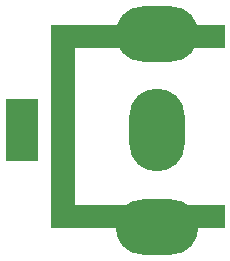
<source format=gbr>
%TF.GenerationSoftware,KiCad,Pcbnew,(6.0.7)*%
%TF.CreationDate,2023-01-27T12:27:14-07:00*%
%TF.ProjectId,JP_MegaDrive_DIN_Mount,4a505f4d-6567-4614-9472-6976655f4449,rev?*%
%TF.SameCoordinates,Original*%
%TF.FileFunction,Soldermask,Top*%
%TF.FilePolarity,Negative*%
%FSLAX46Y46*%
G04 Gerber Fmt 4.6, Leading zero omitted, Abs format (unit mm)*
G04 Created by KiCad (PCBNEW (6.0.7)) date 2023-01-27 12:27:14*
%MOMM*%
%LPD*%
G01*
G04 APERTURE LIST*
G04 Aperture macros list*
%AMRoundRect*
0 Rectangle with rounded corners*
0 $1 Rounding radius*
0 $2 $3 $4 $5 $6 $7 $8 $9 X,Y pos of 4 corners*
0 Add a 4 corners polygon primitive as box body*
4,1,4,$2,$3,$4,$5,$6,$7,$8,$9,$2,$3,0*
0 Add four circle primitives for the rounded corners*
1,1,$1+$1,$2,$3*
1,1,$1+$1,$4,$5*
1,1,$1+$1,$6,$7*
1,1,$1+$1,$8,$9*
0 Add four rect primitives between the rounded corners*
20,1,$1+$1,$2,$3,$4,$5,0*
20,1,$1+$1,$4,$5,$6,$7,0*
20,1,$1+$1,$6,$7,$8,$9,0*
20,1,$1+$1,$8,$9,$2,$3,0*%
G04 Aperture macros list end*
%ADD10C,0.100000*%
%ADD11O,4.700000X7.000000*%
%ADD12O,7.000000X4.700000*%
%ADD13RoundRect,0.101600X1.270000X2.540000X-1.270000X2.540000X-1.270000X-2.540000X1.270000X-2.540000X0*%
G04 APERTURE END LIST*
D10*
G36*
X137756900Y-104140000D02*
G01*
X125056900Y-104140000D01*
X125056900Y-117475000D01*
X137756900Y-117475000D01*
X137756900Y-119380000D01*
X123151900Y-119380000D01*
X123151900Y-102235000D01*
X137756900Y-102235000D01*
X137756900Y-104140000D01*
G37*
X137756900Y-104140000D02*
X125056900Y-104140000D01*
X125056900Y-117475000D01*
X137756900Y-117475000D01*
X137756900Y-119380000D01*
X123151900Y-119380000D01*
X123151900Y-102235000D01*
X137756900Y-102235000D01*
X137756900Y-104140000D01*
D11*
%TO.C,H1*%
X132080000Y-111125000D03*
%TD*%
D12*
%TO.C,H2*%
X132080000Y-119380000D03*
%TD*%
%TO.C,H3*%
X132080000Y-102997000D03*
%TD*%
D13*
%TO.C,GND1*%
X120650000Y-111125000D03*
%TD*%
M02*

</source>
